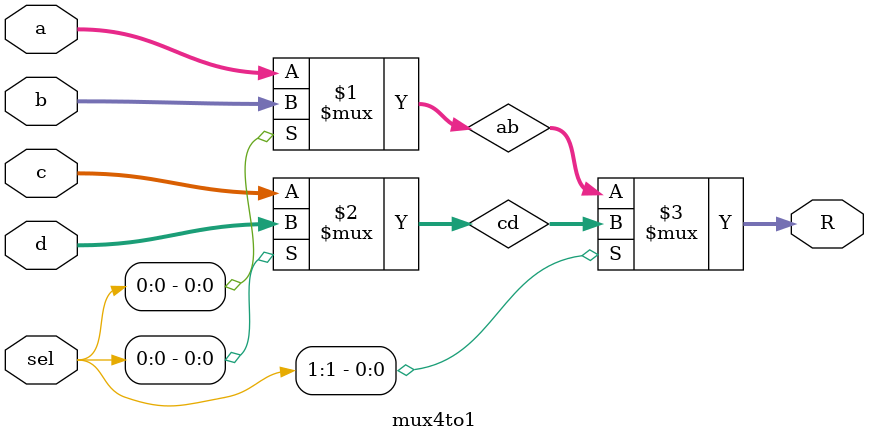
<source format=v>
module riscV32I(
		output [31:0] WB_o,
		input [31:0]  inst_data, 
		input [6:0]   inst_addr, 
		input 	      clk, rst, inst_wen, enb
	        );

   reg [8:0] 		      PCF;
   wire [31:0]             instF;
   wire [8:0]             PCD,PCE,PCM,PCW; //각각 IF,ID,EX일때 PC값
   wire [31:0] 		      ImmD, ImmE, ImmM, ImmW, instD, WB, DataA_D, DataA_E, DataA_E_hazardout, DataB_D, DataB_E, DataB_E_hazardout, WB_cut, WD_cut_E,WD_cut_M;
   wire [4:0]             RdD,RdE,RdM,RdW,Rs1E,Rs2E;
   wire [31:0] 		      DMEM_M,DMEM_W, WB_Half, WB_Byte, WD_Half, WD_Byte, DataA_D_out, DataB_D_out;
   wire 		      PCsel_D, PCsel_E, PCsel_M, PCsel_W, RegWEn_D, RegWEn_E, RegWEn_M, RegWEn_W;
   wire                 BrUn, ASel_D, ASel_E, BSel_D, BSel_E, MemRW_D, MemRW_E, MemRW_M, BrEq, BrLT,ForwardAD,ForwardBD;
   wire [1:0] 		      WBSel_D, WBSel_E, WBSel_M, WBSel_W, ForwardAE, ForwardBE;
   wire [2:0] 		      ImmSel, WordSizeSel_D, WordSizeSel_E, WordSizeSel_M, WordSizeSel_W;
   wire [3:0] 		      ALUSel_D, ALUSel_E;
   wire                   StallD, StallF, FlushD, FlushE,Bubble;

   wire [8:0] 		      PC_Next;
   wire [8:0] 		      PCp4_F = PCF + 7'd4;
   wire [8:0]		      PCp4_D = PCD + 7'd4;
   wire [8:0]		      PCp4_E = PCE + 7'd4;
   wire [8:0]		      PCp4_M = PCM + 7'd4;
   wire [8:0]		      PCp4_W = PCW + 7'd4;

   wire [31:0] 		      ALU_o_E,ALU_o_M,ALU_o_W, ALU_A, ALU_B;

   assign PC_Next = PCsel_E ? ALU_o_E : PCp4_F; //mux2to1대신 assign문 사용 여기서 pcp4_E인지 pcpp4_F인지 잘 모르겠음 ㅠ
   //assign ALU_jump = jal_jalr ? PCp4_W : ALU_o_E;
   //assign PC_Next_Real = Bubble ? PC_Next - 8'd4 : PC_Next; //JB : 이 부분이 jal jalr 고친부분
   assign ALU_A = ASel_E ? {23'b0,PCE} : DataA_E_hazardout;//여기서 Data_E 수정해야함 포워딩
   assign ALU_B = BSel_E ? ImmE : DataB_E_hazardout;
   assign RdD = instD[11:7];
   
   wire PCsel_F, J_cond, JALR;
   
   assign JALR = (instF[6:2] == 5'b11001);
   assign J_cond = (instF[6:2] == 5'b11011);
   assign PCsel_F = J_cond | JALR;
//assign PC_F = Bubble ? instF_out : PCF;
   
   mux4to1 mux_WB(
		  // Outputs
		  .R			(WB),
		  // Inputs
		  .sel			(WBSel_W),
		  .a			(ALU_o_W),         //00
		  .b			(DMEM_W),          //01
		  .c			({23'b0,PCp4_W}),  //10
		  .d			(32'b0)
		  );
   mux4to1 mux_WB_cut(
		      // Outputs
		      .R		(WB_cut),
		      // Inputs
		      .sel		(WordSizeSel_W[1:0]),
		      .a		(WB_Byte),
		      .b		(WB_Half),
		      .c		(WB),
		      .d		(ImmW) 
		      );

   // assign WB = (WBSel == 2'd2) ? PCp4 : ((WBSel == 2'd1) ? ALU_o : DMEM);
   assign WB_Half = WordSizeSel_W[2] ? {16'b0, WB[15:0]} : {{16{WB[15]}}, WB[15:0]};
   assign WB_Byte = WordSizeSel_W[2] ? {24'b0, WB[7:0]}  : {{24{WB[7]}},  WB[7:0]};
   // assign WB_cut = (WordSizeSel[1:0] == 2'b0) ? WB_Byte : ((WordSizeSel[1:0] == 2'b1) ? WB_Half : WB);

   mux4to1 mux_WD_cut(
		      // Outputs
		      .R		(WD_cut_E),
		      // Inputs
		      .sel		(WordSizeSel_E[1:0]),
		      .a		(WD_Byte),
		      .b		(WD_Half),
		      .c		(DataB_E),
		      .d		(32'b0)
		      );

   assign WD_Half = {16'b0, DataB_E[15:0]};
   assign WD_Byte = {24'b0, DataB_E[7:0]};

   inst_mem IMEM(.inst(instF),
		 // Inputs
		 .PC(PCF[8 -: 7]),
		 .inst_data		(inst_data[31:0]),
		 .inst_addr		(inst_addr[6:0]),
		 .clk			(clk),
		 .rst			(rst),
		 .inst_wen		(inst_wen));

   pipe_IF_ID IF_ID(.inst_D(instD), .PC_D(PCD), .PCPlusF_D(PCp4_D),
		    // Inputs
		    .inst_F(instF) ,.PC_F(PCF), .PCPlusF_F(PCp4_F),
		    .clk(clk), .rst(rst), .clear(FlushD), .enable(~StallD));

   register_file REGFILE(
			 .RD1(DataA_D), .RD2(DataB_D),   
			 .RR1(instD[19:15]), .RR2(instD[24:20]), .WR(RdW),
			 .WD(WB_cut),         
			 .RegWrite(RegWEn_W),
			 // Inputs
			 .clk			(clk),
			 .rst			(rst));
   pipe_ID_EX ID_EX(
		    // Outputs
		    .Imm_EX		(ImmE[31:0]),
		    .PC_EX		(PCE[8:0]),
		    .PCPlusF_EX		(PCp4_E[8:0]),
		    .RD1_EX		(DataA_E[31:0]),
		    .RD2_EX		(DataB_E[31:0]),
		    .PCsel_EX		(PCsel_E),
		    .RegWEn_EX		(RegWEn_E),
		    .Asel_EX		(ASel_E),
		    .Bsel_EX		(BSel_E),
		    .MemRW_EX		(MemRW_E),
		    .WordSizeSel_EX	(WordSizeSel_E[2:0]),
		    .ALUSel_EX		(ALUSel_E[3:0]),
		    .Rd_EX (RdE),
		    .Rs1_EX(Rs1E),
		    .Rs2_EX(Rs2E),
		    .WBSel_EX(WBSel_E),
		    // Inputs
		    .clk		(clk),
		    .rst		(rst),
		    .clear		(FlushE),
		    .Imm_ID		(ImmD[31:0]),
		    .PC_ID		(PCD[8:0]),
		    .PCPlusF_ID		(PCp4_D[8:0]),
		    .RD1_ID		(DataA_D_out[31:0]),
		    .RD2_ID		(DataB_D_out[31:0]),
		    .PCsel_ID		(PCsel_D),
		    .RegWEn_ID		(RegWEn_D),
		    .Asel_ID		(ASel_D),
		    .Bsel_ID		(BSel_D),
		    .MemRW_ID		(MemRW_D),
		    .WordSizeSel_ID	(WordSizeSel_D[2:0]),
		    .ALUSel_ID		(ALUSel_D[3:0]),
		    .Rd_ID (RdD),
		    .Rs1_ID(instD[19:15]),
		    .Rs2_ID(instD[24:20]),		    
		    .WBSel_ID(WBSel_D));
		    
      hazardunit hazard(
		     // Outputs
		     .ForwardAE		(ForwardAE[1:0]),
		     .ForwardBE		(ForwardBE[1:0]),
		     .ForwardAD		(ForwardAD),
		     .ForwardBD		(ForwardBD),
		     .StallD		(StallD), //아직 정의 X
		     .StallF		(StallF), //아직 정의 X
		     .FlushD		(FlushD), //아직 정의 X
		     .FlushE		(FlushE),
		     .Bubble     (Bubble), //아직 정의 X
		     // Inputs
		     .Rs1D		(instD[19:15]),
		     .Rs2D		(instD[24:20]),
		     .Rs1E		(Rs1E[4:0]),
		     .Rs2E		(Rs2E[4:0]),
		     .RdE		(RdE[4:0]),
		     .RdM		(RdM[4:0]),
		     .RdW		(RdW[4:0]),
		     .RegWriteM		(RegWEn_M), 
		     .RegWriteW		(RegWEn_W), 
		     .WBSelE0	(WBSel_E[0]),
		     .WBSelM0	(WBSel_M[0]),
		     .WBSelW0	(WBSel_W[0]),
		     .PCSrcF		(PCsel_F),
		     .PCSrcE		(PCsel_E),
		     .PCSrcM		(PCsel_M),
		     .instF_in         (instF),
		     .clk           (clk));		    
		     
   mux4to1 ForwardmuxA(                 
		      // Outputs
		      .R		(DataA_E_hazardout),
		      // Inputs
		      .sel		(ForwardAE),
		      .a		(DataA_E),
		      .b		(WB),
		      .c		(ALU_o_M[31:0]),
		      .d		(32'b0)
		      );		    
		    
   mux4to1 ForwardmuxB(
		      // Outputs
		      .R		(DataB_E_hazardout),
		      // Inputs
		      .sel		(ForwardBE),
		      .a		(DataB_E),
		      .b		(WB),
		      .c		(ALU_o_M[31:0]),
		      .d		(32'b0)
		      );				    
		      
   assign DataA_D_out = ForwardAD ? WB : DataA_D;
   assign DataB_D_out = ForwardBD ? WB : DataB_D;
   
   assign PC_Next = PCsel_E ? ALU_o_E : PCp4_F; 
   control CTRL(
		// Outputs
		.PCsel			(PCsel_D),
		.RegWEn			(RegWEn_D),
		.BrUn			(BrUn),
		.ImmSel			(ImmSel[2:0]),
		.WordSizeSel		(WordSizeSel_D[2:0]),
		.BSel			(BSel_D),
		.ASel			(ASel_D),
		.MemRW			(MemRW_D),
		.ALUSel			(ALUSel_D[3:0]),
		.WBSel			(WBSel_D[1:0]),
		// Inputs
		.instruction		(instD[31:0]),
		.BrEq			(BrEq),   //JB이게 왜 control로 들어가지?
		.BrLT			(BrLT));

   ImmGen IMMGEN(
		 .inst_Imm(instD[31:7]),
		 // Outputs
		 .Imm			(ImmD[31:0]),
		 // Inputs
		 .ImmSel		(ImmSel[2:0]));
		 
   BranchComp BrCOMP(
		     .RD1(DataA_D_out), .RD2(DataB_D_out),
		     // Outputs
		     .BrEq		(BrEq), 
		     .BrLT		(BrLT),
		     // Inputs
		     .BrUn		(BrUn));
		     
   ALU ALU_riscV(
		 .A(ALU_A), .B(ALU_B),
		 // Outputs
		 .ALU_o			(ALU_o_E[31:0]),
		 // Inputs
		 .ALUSel		(ALUSel_E[3:0]));
		 		 
   pipe_EX_MEM EX_MEM(
		      // Outputs
		      .PC_MEM		(PCM[8:0]),
		      .PCPlusF_MEM	(PCp4_M[8:0]),
		      .WD_cut_MEM	(WD_cut_M[31:0]),
		      .Rd_MEM		(RdM[4:0]),
		      .ALU_o_MEM	(ALU_o_M[31:0]),
		      .MemRW_MEM	(MemRW_M),
		      .RegWEn_MEM	(RegWEn_M),
		      .WBSel_MEM	(WBSel_M[1:0]),
		      .WordSizeSel_MEM	(WordSizeSel_M[2:0]),
		      .Imm_MEM(ImmM),
		      .PCsel_MEM(PCsel_M),
		      // Inputs
		      .clk		(clk),
		      .rst		(rst),
		      .PC_EX		(PCE[8:0]),
		      .PCPlusF_EX	(PCp4_E[8:0]),
		      .WD_cut_EX	(WD_cut_E[31:0]),
		      .Rd_EX		(RdE[4:0]),
		      .ALU_o_EX		(ALU_o_E[31:0]),
		      .MemRW_EX		(MemRW_E),
		      .RegWEn_EX	(RegWEn_E),
		      .WBSel_EX		(WBSel_E[1:0]),
		      .WordSizeSel_EX	(WordSizeSel_E[2:0]),
		      .Imm_EX(ImmE),
		      .PCsel_EX(PCsel_E));

   data_mem DATAMEM(
		    .ReadData(DMEM_M),
		    .ADDR(ALU_o_M), .WriteData(WD_cut_M),
		    .MemWrite(MemRW_M),
		    // Inputs
		    .clk		(clk),
		    .rst		(rst));
		    
   pipe_MEM_WB MEM_WB(
		      // Outputs
		      .PC_WB		(PCW[8:0]),
		      .PCPlusF_WB	(PCp4_W[8:0]),
		      .RD_WB		(RdW[4:0]),
		      .DMEM_WB		(DMEM_W[31:0]),
		      .ALU_o_WB		(ALU_o_W[31:0]),
		      .RegWEn_WB	(RegWEn_W),
		      .WBSel_WB		(WBSel_W[1:0]),
		      .WordSizeSel_WB	(WordSizeSel_W[2:0]),
		      .Imm_WB       (ImmW),
		      .PCsel_WB(PCsel_W),
		      // Inputs
		      .clk		(clk),
		      .rst		(rst),
		      .PC_MEM		(PCM[8:0]),
		      .PCPlusF_MEM	(PCp4_M[8:0]),
		      .RD_MEM		(RdM[4:0]),
		      .DMEM_MEM		(DMEM_M[31:0]),
		      .ALU_o_MEM	(ALU_o_M[31:0]),
		      .RegWEn_MEM	(RegWEn_M),
		      .WBSel_MEM	(WBSel_M[1:0]),
		      .WordSizeSel_MEM	(WordSizeSel_M[2:0]),
		      .Imm_MEM      (ImmM),
		      .PCsel_MEM(PCsel_M));		    



   always @ (posedge clk) begin
      if (rst) begin
         PCF <= 9'b0;
      end
      else if (~StallF) begin
         PCF <= PC_Next;
      end
   end

endmodule // riscV32I


module mux4to1(
	       // Outputs
	       R,
	       // Inputs
	       sel, a, b, c, d
	       );
   input [1:0] sel;
   input [31:0] a,b,c,d; // 00, 01, 10, 11
   output [31:0] R;

   wire [31:0] 	 ab, cd;

   assign ab = sel[0]? b : a;
   assign cd = sel[0]? d : c;

   assign R = sel[1]? cd : ab;
endmodule // mux4to1

</source>
